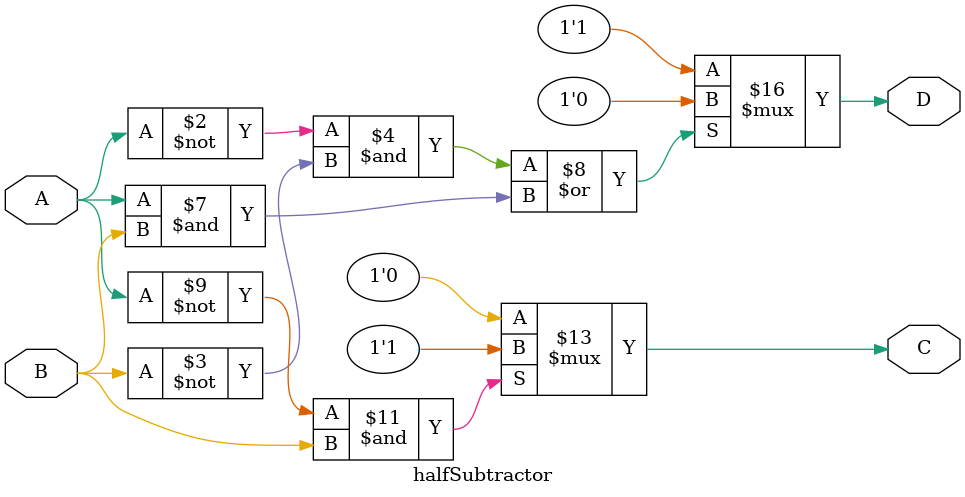
<source format=v>
module halfSubtractor(output reg D,C,input A,B);
always @ (A or B) begin
if((A==1'b0 & B==1'b0)|(A==1'b1 & B==1'b1))
begin
D=1'b0;
end
else
D=1'b1;
if((A==1'b0 & B==1'b1))
begin 
C=1'b1;
end
else
	C=1'b0;
end
endmodule

</source>
